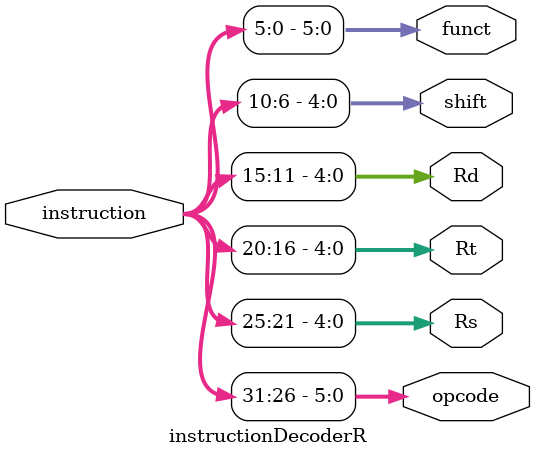
<source format=v>

module instructionDecoderR (
	input[31:0] instruction,
	output[5:0] opcode,
	output[4:0] Rs,
	output[4:0] Rt,
	output[4:0] Rd,
	output[4:0] shift,
	output[5:0] funct
);
	// R-type
	assign opcode = instruction[31:26];
	assign Rs = instruction[25:21];
	assign Rt = instruction[20:16];
	assign Rd = instruction[15:11];
	assign shift = instruction[10:6];
	assign funct = instruction[5:0];

endmodule

</source>
